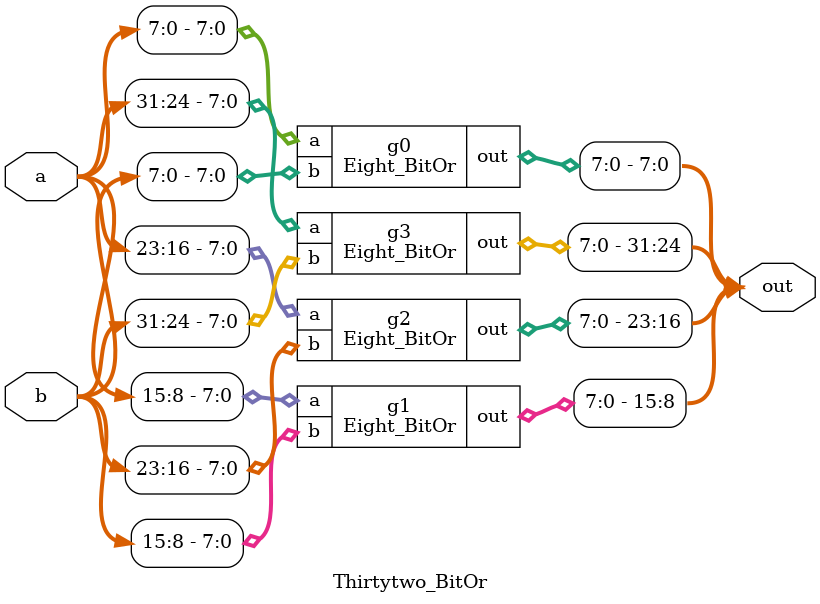
<source format=v>
`timescale 1ns / 1ps
module Eight_BitOr(out,a,b);
 //Input and output ports
 input[7:0]a,b;
 output[7:0]out;

 //or-gate
 or g0(out[0],a[0],b[0]);
 or g1(out[1],a[1],b[1]);
 or g2(out[2],a[2],b[2]);
 or g3(out[3],a[3],b[3]);
 or g4(out[4],a[4],b[4]);
 or g5(out[5],a[5],b[5]);
 or g6(out[6],a[6],b[6]);
 or g7(out[7],a[7],b[7]);

endmodule


// 32-Bit or
module Thirtytwo_BitOr(out,a,b);
 //Input and output ports
 input[31:0]a,b;
 output[31:0]out;

 //or-gate
 Eight_BitOr g0(out[7:0],a[7:0],b[7:0]);
 Eight_BitOr g1(out[15:8],a[15:8],b[15:8]);
 Eight_BitOr g2(out[23:16],a[23:16],b[23:16]);
 Eight_BitOr g3(out[31:24],a[31:24],b[31:24]);

endmodule

</source>
